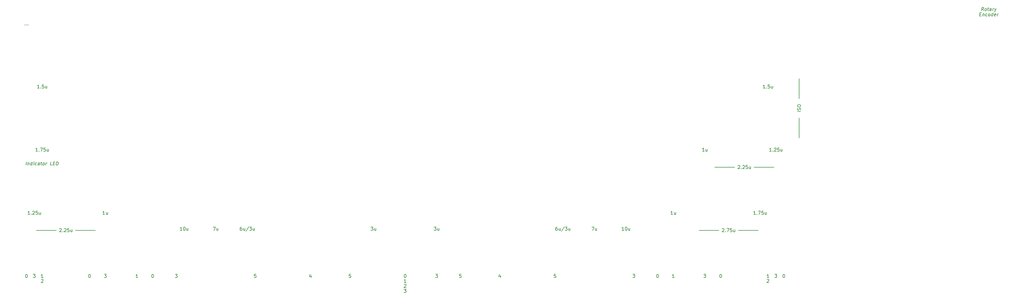
<source format=gbr>
%TF.GenerationSoftware,KiCad,Pcbnew,(6.0.6)*%
%TF.CreationDate,2022-09-03T14:27:16-07:00*%
%TF.ProjectId,2040rmie,32303430-726d-4696-952e-6b696361645f,rev?*%
%TF.SameCoordinates,Original*%
%TF.FileFunction,Legend,Top*%
%TF.FilePolarity,Positive*%
%FSLAX46Y46*%
G04 Gerber Fmt 4.6, Leading zero omitted, Abs format (unit mm)*
G04 Created by KiCad (PCBNEW (6.0.6)) date 2022-09-03 14:27:16*
%MOMM*%
%LPD*%
G01*
G04 APERTURE LIST*
%ADD10C,0.200000*%
%ADD11C,1.750000*%
%ADD12C,3.987800*%
%ADD13C,3.048000*%
%ADD14C,0.650000*%
%ADD15O,1.000000X1.600000*%
%ADD16O,1.000000X2.100000*%
G04 APERTURE END LIST*
D10*
X178966666Y-148152380D02*
X179585714Y-148152380D01*
X179252380Y-148533333D01*
X179395238Y-148533333D01*
X179490476Y-148580952D01*
X179538095Y-148628571D01*
X179585714Y-148723809D01*
X179585714Y-148961904D01*
X179538095Y-149057142D01*
X179490476Y-149104761D01*
X179395238Y-149152380D01*
X179109523Y-149152380D01*
X179014285Y-149104761D01*
X178966666Y-149057142D01*
X69476785Y-145247619D02*
X69524404Y-145200000D01*
X69619642Y-145152380D01*
X69857738Y-145152380D01*
X69952976Y-145200000D01*
X70000595Y-145247619D01*
X70048214Y-145342857D01*
X70048214Y-145438095D01*
X70000595Y-145580952D01*
X69429166Y-146152380D01*
X70048214Y-146152380D01*
X288551785Y-145247619D02*
X288599404Y-145200000D01*
X288694642Y-145152380D01*
X288932738Y-145152380D01*
X289027976Y-145200000D01*
X289075595Y-145247619D01*
X289123214Y-145342857D01*
X289123214Y-145438095D01*
X289075595Y-145580952D01*
X288504166Y-146152380D01*
X289123214Y-146152380D01*
X260548214Y-144652380D02*
X259976785Y-144652380D01*
X260262500Y-144652380D02*
X260262500Y-143652380D01*
X260167261Y-143795238D01*
X260072023Y-143890476D01*
X259976785Y-143938095D01*
X98623214Y-144652380D02*
X98051785Y-144652380D01*
X98337500Y-144652380D02*
X98337500Y-143652380D01*
X98242261Y-143795238D01*
X98147023Y-143890476D01*
X98051785Y-143938095D01*
X279837500Y-130405000D02*
X285837500Y-130405000D01*
X284600000Y-111355000D02*
X290600000Y-111355000D01*
X79812500Y-130405000D02*
X85812500Y-130405000D01*
X272787500Y-111355000D02*
X278787500Y-111355000D01*
X298250000Y-84590750D02*
X298250000Y-90590750D01*
X68000000Y-130405000D02*
X74000000Y-130405000D01*
X298250000Y-96466750D02*
X298250000Y-102466750D01*
X268025000Y-130405000D02*
X274025000Y-130405000D01*
X188039285Y-129397380D02*
X188658333Y-129397380D01*
X188325000Y-129778333D01*
X188467857Y-129778333D01*
X188563095Y-129825952D01*
X188610714Y-129873571D01*
X188658333Y-129968809D01*
X188658333Y-130206904D01*
X188610714Y-130302142D01*
X188563095Y-130349761D01*
X188467857Y-130397380D01*
X188182142Y-130397380D01*
X188086904Y-130349761D01*
X188039285Y-130302142D01*
X189515476Y-129730714D02*
X189515476Y-130397380D01*
X189086904Y-129730714D02*
X189086904Y-130254523D01*
X189134523Y-130349761D01*
X189229761Y-130397380D01*
X189372619Y-130397380D01*
X189467857Y-130349761D01*
X189515476Y-130302142D01*
X353846398Y-64131830D02*
X353572589Y-63655640D01*
X353274970Y-64131830D02*
X353399970Y-63131830D01*
X353780922Y-63131830D01*
X353870208Y-63179450D01*
X353911875Y-63227069D01*
X353947589Y-63322307D01*
X353929732Y-63465164D01*
X353870208Y-63560402D01*
X353816636Y-63608021D01*
X353715446Y-63655640D01*
X353334494Y-63655640D01*
X354417827Y-64131830D02*
X354328541Y-64084211D01*
X354286875Y-64036592D01*
X354251160Y-63941354D01*
X354286875Y-63655640D01*
X354346398Y-63560402D01*
X354399970Y-63512783D01*
X354501160Y-63465164D01*
X354644017Y-63465164D01*
X354733303Y-63512783D01*
X354774970Y-63560402D01*
X354810684Y-63655640D01*
X354774970Y-63941354D01*
X354715446Y-64036592D01*
X354661875Y-64084211D01*
X354560684Y-64131830D01*
X354417827Y-64131830D01*
X355120208Y-63465164D02*
X355501160Y-63465164D01*
X355304732Y-63131830D02*
X355197589Y-63988973D01*
X355233303Y-64084211D01*
X355322589Y-64131830D01*
X355417827Y-64131830D01*
X356179732Y-64131830D02*
X356245208Y-63608021D01*
X356209494Y-63512783D01*
X356120208Y-63465164D01*
X355929732Y-63465164D01*
X355828541Y-63512783D01*
X356185684Y-64084211D02*
X356084494Y-64131830D01*
X355846398Y-64131830D01*
X355757113Y-64084211D01*
X355721398Y-63988973D01*
X355733303Y-63893735D01*
X355792827Y-63798497D01*
X355894017Y-63750878D01*
X356132113Y-63750878D01*
X356233303Y-63703259D01*
X356655922Y-64131830D02*
X356739255Y-63465164D01*
X356715446Y-63655640D02*
X356774970Y-63560402D01*
X356828541Y-63512783D01*
X356929732Y-63465164D01*
X357024970Y-63465164D01*
X357263065Y-63465164D02*
X357417827Y-64131830D01*
X357739255Y-63465164D02*
X357417827Y-64131830D01*
X357292827Y-64369926D01*
X357239255Y-64417545D01*
X357138065Y-64465164D01*
X352745208Y-65218021D02*
X353078541Y-65218021D01*
X353155922Y-65741830D02*
X352679732Y-65741830D01*
X352804732Y-64741830D01*
X353280922Y-64741830D01*
X353667827Y-65075164D02*
X353584494Y-65741830D01*
X353655922Y-65170402D02*
X353709494Y-65122783D01*
X353810684Y-65075164D01*
X353953541Y-65075164D01*
X354042827Y-65122783D01*
X354078541Y-65218021D01*
X354013065Y-65741830D01*
X354923779Y-65694211D02*
X354822589Y-65741830D01*
X354632113Y-65741830D01*
X354542827Y-65694211D01*
X354501160Y-65646592D01*
X354465446Y-65551354D01*
X354501160Y-65265640D01*
X354560684Y-65170402D01*
X354614255Y-65122783D01*
X354715446Y-65075164D01*
X354905922Y-65075164D01*
X354995208Y-65122783D01*
X355489255Y-65741830D02*
X355399970Y-65694211D01*
X355358303Y-65646592D01*
X355322589Y-65551354D01*
X355358303Y-65265640D01*
X355417827Y-65170402D01*
X355471398Y-65122783D01*
X355572589Y-65075164D01*
X355715446Y-65075164D01*
X355804732Y-65122783D01*
X355846398Y-65170402D01*
X355882113Y-65265640D01*
X355846398Y-65551354D01*
X355786875Y-65646592D01*
X355733303Y-65694211D01*
X355632113Y-65741830D01*
X355489255Y-65741830D01*
X356679732Y-65741830D02*
X356804732Y-64741830D01*
X356685684Y-65694211D02*
X356584494Y-65741830D01*
X356394017Y-65741830D01*
X356304732Y-65694211D01*
X356263065Y-65646592D01*
X356227351Y-65551354D01*
X356263065Y-65265640D01*
X356322589Y-65170402D01*
X356376160Y-65122783D01*
X356477351Y-65075164D01*
X356667827Y-65075164D01*
X356757113Y-65122783D01*
X357542827Y-65694211D02*
X357441636Y-65741830D01*
X357251160Y-65741830D01*
X357161875Y-65694211D01*
X357126160Y-65598973D01*
X357173779Y-65218021D01*
X357233303Y-65122783D01*
X357334494Y-65075164D01*
X357524970Y-65075164D01*
X357614255Y-65122783D01*
X357649970Y-65218021D01*
X357638065Y-65313259D01*
X357149970Y-65408497D01*
X358013065Y-65741830D02*
X358096398Y-65075164D01*
X358072589Y-65265640D02*
X358132113Y-65170402D01*
X358185684Y-65122783D01*
X358286875Y-65075164D01*
X358382113Y-65075164D01*
X162869345Y-143652380D02*
X162393154Y-143652380D01*
X162345535Y-144128571D01*
X162393154Y-144080952D01*
X162488392Y-144033333D01*
X162726488Y-144033333D01*
X162821726Y-144080952D01*
X162869345Y-144128571D01*
X162916964Y-144223809D01*
X162916964Y-144461904D01*
X162869345Y-144557142D01*
X162821726Y-144604761D01*
X162726488Y-144652380D01*
X162488392Y-144652380D01*
X162393154Y-144604761D01*
X162345535Y-144557142D01*
X109910416Y-143652380D02*
X110529464Y-143652380D01*
X110196130Y-144033333D01*
X110338988Y-144033333D01*
X110434226Y-144080952D01*
X110481845Y-144128571D01*
X110529464Y-144223809D01*
X110529464Y-144461904D01*
X110481845Y-144557142D01*
X110434226Y-144604761D01*
X110338988Y-144652380D01*
X110053273Y-144652380D01*
X109958035Y-144604761D01*
X109910416Y-144557142D01*
X179585714Y-146152380D02*
X179014285Y-146152380D01*
X179300000Y-146152380D02*
X179300000Y-145152380D01*
X179204761Y-145295238D01*
X179109523Y-145390476D01*
X179014285Y-145438095D01*
X111982142Y-130397380D02*
X111410714Y-130397380D01*
X111696428Y-130397380D02*
X111696428Y-129397380D01*
X111601190Y-129540238D01*
X111505952Y-129635476D01*
X111410714Y-129683095D01*
X112601190Y-129397380D02*
X112696428Y-129397380D01*
X112791666Y-129445000D01*
X112839285Y-129492619D01*
X112886904Y-129587857D01*
X112934523Y-129778333D01*
X112934523Y-130016428D01*
X112886904Y-130206904D01*
X112839285Y-130302142D01*
X112791666Y-130349761D01*
X112696428Y-130397380D01*
X112601190Y-130397380D01*
X112505952Y-130349761D01*
X112458333Y-130302142D01*
X112410714Y-130206904D01*
X112363095Y-130016428D01*
X112363095Y-129778333D01*
X112410714Y-129587857D01*
X112458333Y-129492619D01*
X112505952Y-129445000D01*
X112601190Y-129397380D01*
X113791666Y-129730714D02*
X113791666Y-130397380D01*
X113363095Y-129730714D02*
X113363095Y-130254523D01*
X113410714Y-130349761D01*
X113505952Y-130397380D01*
X113648809Y-130397380D01*
X113744047Y-130349761D01*
X113791666Y-130302142D01*
X245332142Y-130397380D02*
X244760714Y-130397380D01*
X245046428Y-130397380D02*
X245046428Y-129397380D01*
X244951190Y-129540238D01*
X244855952Y-129635476D01*
X244760714Y-129683095D01*
X245951190Y-129397380D02*
X246046428Y-129397380D01*
X246141666Y-129445000D01*
X246189285Y-129492619D01*
X246236904Y-129587857D01*
X246284523Y-129778333D01*
X246284523Y-130016428D01*
X246236904Y-130206904D01*
X246189285Y-130302142D01*
X246141666Y-130349761D01*
X246046428Y-130397380D01*
X245951190Y-130397380D01*
X245855952Y-130349761D01*
X245808333Y-130302142D01*
X245760714Y-130206904D01*
X245713095Y-130016428D01*
X245713095Y-129778333D01*
X245760714Y-129587857D01*
X245808333Y-129492619D01*
X245855952Y-129445000D01*
X245951190Y-129397380D01*
X247141666Y-129730714D02*
X247141666Y-130397380D01*
X246713095Y-129730714D02*
X246713095Y-130254523D01*
X246760714Y-130349761D01*
X246855952Y-130397380D01*
X246998809Y-130397380D01*
X247094047Y-130349761D01*
X247141666Y-130302142D01*
X68881547Y-87502380D02*
X68310119Y-87502380D01*
X68595833Y-87502380D02*
X68595833Y-86502380D01*
X68500595Y-86645238D01*
X68405357Y-86740476D01*
X68310119Y-86788095D01*
X69310119Y-87407142D02*
X69357738Y-87454761D01*
X69310119Y-87502380D01*
X69262500Y-87454761D01*
X69310119Y-87407142D01*
X69310119Y-87502380D01*
X70262500Y-86502380D02*
X69786309Y-86502380D01*
X69738690Y-86978571D01*
X69786309Y-86930952D01*
X69881547Y-86883333D01*
X70119642Y-86883333D01*
X70214880Y-86930952D01*
X70262500Y-86978571D01*
X70310119Y-87073809D01*
X70310119Y-87311904D01*
X70262500Y-87407142D01*
X70214880Y-87454761D01*
X70119642Y-87502380D01*
X69881547Y-87502380D01*
X69786309Y-87454761D01*
X69738690Y-87407142D01*
X71167261Y-86835714D02*
X71167261Y-87502380D01*
X70738690Y-86835714D02*
X70738690Y-87359523D01*
X70786309Y-87454761D01*
X70881547Y-87502380D01*
X71024404Y-87502380D01*
X71119642Y-87454761D01*
X71167261Y-87407142D01*
X150915476Y-143985714D02*
X150915476Y-144652380D01*
X150677380Y-143604761D02*
X150439285Y-144319047D01*
X151058333Y-144319047D01*
X275002678Y-129952619D02*
X275050297Y-129905000D01*
X275145535Y-129857380D01*
X275383630Y-129857380D01*
X275478869Y-129905000D01*
X275526488Y-129952619D01*
X275574107Y-130047857D01*
X275574107Y-130143095D01*
X275526488Y-130285952D01*
X274955059Y-130857380D01*
X275574107Y-130857380D01*
X276002678Y-130762142D02*
X276050297Y-130809761D01*
X276002678Y-130857380D01*
X275955059Y-130809761D01*
X276002678Y-130762142D01*
X276002678Y-130857380D01*
X276383630Y-129857380D02*
X277050297Y-129857380D01*
X276621726Y-130857380D01*
X277907440Y-129857380D02*
X277431250Y-129857380D01*
X277383630Y-130333571D01*
X277431250Y-130285952D01*
X277526488Y-130238333D01*
X277764583Y-130238333D01*
X277859821Y-130285952D01*
X277907440Y-130333571D01*
X277955059Y-130428809D01*
X277955059Y-130666904D01*
X277907440Y-130762142D01*
X277859821Y-130809761D01*
X277764583Y-130857380D01*
X277526488Y-130857380D01*
X277431250Y-130809761D01*
X277383630Y-130762142D01*
X278812202Y-130190714D02*
X278812202Y-130857380D01*
X278383630Y-130190714D02*
X278383630Y-130714523D01*
X278431250Y-130809761D01*
X278526488Y-130857380D01*
X278669345Y-130857380D01*
X278764583Y-130809761D01*
X278812202Y-130762142D01*
X285099107Y-125602380D02*
X284527678Y-125602380D01*
X284813392Y-125602380D02*
X284813392Y-124602380D01*
X284718154Y-124745238D01*
X284622916Y-124840476D01*
X284527678Y-124888095D01*
X285527678Y-125507142D02*
X285575297Y-125554761D01*
X285527678Y-125602380D01*
X285480059Y-125554761D01*
X285527678Y-125507142D01*
X285527678Y-125602380D01*
X285908630Y-124602380D02*
X286575297Y-124602380D01*
X286146726Y-125602380D01*
X287432440Y-124602380D02*
X286956250Y-124602380D01*
X286908630Y-125078571D01*
X286956250Y-125030952D01*
X287051488Y-124983333D01*
X287289583Y-124983333D01*
X287384821Y-125030952D01*
X287432440Y-125078571D01*
X287480059Y-125173809D01*
X287480059Y-125411904D01*
X287432440Y-125507142D01*
X287384821Y-125554761D01*
X287289583Y-125602380D01*
X287051488Y-125602380D01*
X286956250Y-125554761D01*
X286908630Y-125507142D01*
X288337202Y-124935714D02*
X288337202Y-125602380D01*
X287908630Y-124935714D02*
X287908630Y-125459523D01*
X287956250Y-125554761D01*
X288051488Y-125602380D01*
X288194345Y-125602380D01*
X288289583Y-125554761D01*
X288337202Y-125507142D01*
X208065476Y-143985714D02*
X208065476Y-144652380D01*
X207827380Y-143604761D02*
X207589285Y-144319047D01*
X208208333Y-144319047D01*
X196206845Y-143652380D02*
X195730654Y-143652380D01*
X195683035Y-144128571D01*
X195730654Y-144080952D01*
X195825892Y-144033333D01*
X196063988Y-144033333D01*
X196159226Y-144080952D01*
X196206845Y-144128571D01*
X196254464Y-144223809D01*
X196254464Y-144461904D01*
X196206845Y-144557142D01*
X196159226Y-144604761D01*
X196063988Y-144652380D01*
X195825892Y-144652380D01*
X195730654Y-144604761D01*
X195683035Y-144557142D01*
X103052380Y-143652380D02*
X103147619Y-143652380D01*
X103242857Y-143700000D01*
X103290476Y-143747619D01*
X103338095Y-143842857D01*
X103385714Y-144033333D01*
X103385714Y-144271428D01*
X103338095Y-144461904D01*
X103290476Y-144557142D01*
X103242857Y-144604761D01*
X103147619Y-144652380D01*
X103052380Y-144652380D01*
X102957142Y-144604761D01*
X102909523Y-144557142D01*
X102861904Y-144461904D01*
X102814285Y-144271428D01*
X102814285Y-144033333D01*
X102861904Y-143842857D01*
X102909523Y-143747619D01*
X102957142Y-143700000D01*
X103052380Y-143652380D01*
X235664285Y-129397380D02*
X236330952Y-129397380D01*
X235902380Y-130397380D01*
X237140476Y-129730714D02*
X237140476Y-130397380D01*
X236711904Y-129730714D02*
X236711904Y-130254523D01*
X236759523Y-130349761D01*
X236854761Y-130397380D01*
X236997619Y-130397380D01*
X237092857Y-130349761D01*
X237140476Y-130302142D01*
X64858303Y-110712380D02*
X64983303Y-109712380D01*
X65417827Y-110045714D02*
X65334494Y-110712380D01*
X65405922Y-110140952D02*
X65459494Y-110093333D01*
X65560684Y-110045714D01*
X65703541Y-110045714D01*
X65792827Y-110093333D01*
X65828541Y-110188571D01*
X65763065Y-110712380D01*
X66667827Y-110712380D02*
X66792827Y-109712380D01*
X66673779Y-110664761D02*
X66572589Y-110712380D01*
X66382113Y-110712380D01*
X66292827Y-110664761D01*
X66251160Y-110617142D01*
X66215446Y-110521904D01*
X66251160Y-110236190D01*
X66310684Y-110140952D01*
X66364255Y-110093333D01*
X66465446Y-110045714D01*
X66655922Y-110045714D01*
X66745208Y-110093333D01*
X67144017Y-110712380D02*
X67227351Y-110045714D01*
X67269017Y-109712380D02*
X67215446Y-109760000D01*
X67257113Y-109807619D01*
X67310684Y-109760000D01*
X67269017Y-109712380D01*
X67257113Y-109807619D01*
X68054732Y-110664761D02*
X67953541Y-110712380D01*
X67763065Y-110712380D01*
X67673779Y-110664761D01*
X67632113Y-110617142D01*
X67596398Y-110521904D01*
X67632113Y-110236190D01*
X67691636Y-110140952D01*
X67745208Y-110093333D01*
X67846398Y-110045714D01*
X68036875Y-110045714D01*
X68126160Y-110093333D01*
X68905922Y-110712380D02*
X68971398Y-110188571D01*
X68935684Y-110093333D01*
X68846398Y-110045714D01*
X68655922Y-110045714D01*
X68554732Y-110093333D01*
X68911875Y-110664761D02*
X68810684Y-110712380D01*
X68572589Y-110712380D01*
X68483303Y-110664761D01*
X68447589Y-110569523D01*
X68459494Y-110474285D01*
X68519017Y-110379047D01*
X68620208Y-110331428D01*
X68858303Y-110331428D01*
X68959494Y-110283809D01*
X69322589Y-110045714D02*
X69703541Y-110045714D01*
X69507113Y-109712380D02*
X69399970Y-110569523D01*
X69435684Y-110664761D01*
X69524970Y-110712380D01*
X69620208Y-110712380D01*
X70096398Y-110712380D02*
X70007113Y-110664761D01*
X69965446Y-110617142D01*
X69929732Y-110521904D01*
X69965446Y-110236190D01*
X70024970Y-110140952D01*
X70078541Y-110093333D01*
X70179732Y-110045714D01*
X70322589Y-110045714D01*
X70411875Y-110093333D01*
X70453541Y-110140952D01*
X70489255Y-110236190D01*
X70453541Y-110521904D01*
X70394017Y-110617142D01*
X70340446Y-110664761D01*
X70239255Y-110712380D01*
X70096398Y-110712380D01*
X70858303Y-110712380D02*
X70941636Y-110045714D01*
X70917827Y-110236190D02*
X70977351Y-110140952D01*
X71030922Y-110093333D01*
X71132113Y-110045714D01*
X71227351Y-110045714D01*
X72715446Y-110712380D02*
X72239255Y-110712380D01*
X72364255Y-109712380D01*
X73114255Y-110188571D02*
X73447589Y-110188571D01*
X73524970Y-110712380D02*
X73048779Y-110712380D01*
X73173779Y-109712380D01*
X73649970Y-109712380D01*
X73953541Y-110712380D02*
X74078541Y-109712380D01*
X74316636Y-109712380D01*
X74453541Y-109760000D01*
X74536875Y-109855238D01*
X74572589Y-109950476D01*
X74596398Y-110140952D01*
X74578541Y-110283809D01*
X74507113Y-110474285D01*
X74447589Y-110569523D01*
X74340446Y-110664761D01*
X74191636Y-110712380D01*
X73953541Y-110712380D01*
X248022916Y-143652380D02*
X248641964Y-143652380D01*
X248308630Y-144033333D01*
X248451488Y-144033333D01*
X248546726Y-144080952D01*
X248594345Y-144128571D01*
X248641964Y-144223809D01*
X248641964Y-144461904D01*
X248594345Y-144557142D01*
X248546726Y-144604761D01*
X248451488Y-144652380D01*
X248165773Y-144652380D01*
X248070535Y-144604761D01*
X248022916Y-144557142D01*
X179014285Y-146747619D02*
X179061904Y-146700000D01*
X179157142Y-146652380D01*
X179395238Y-146652380D01*
X179490476Y-146700000D01*
X179538095Y-146747619D01*
X179585714Y-146842857D01*
X179585714Y-146938095D01*
X179538095Y-147080952D01*
X178966666Y-147652380D01*
X179585714Y-147652380D01*
X68405357Y-106552380D02*
X67833928Y-106552380D01*
X68119642Y-106552380D02*
X68119642Y-105552380D01*
X68024404Y-105695238D01*
X67929166Y-105790476D01*
X67833928Y-105838095D01*
X68833928Y-106457142D02*
X68881547Y-106504761D01*
X68833928Y-106552380D01*
X68786309Y-106504761D01*
X68833928Y-106457142D01*
X68833928Y-106552380D01*
X69214880Y-105552380D02*
X69881547Y-105552380D01*
X69452976Y-106552380D01*
X70738690Y-105552380D02*
X70262500Y-105552380D01*
X70214880Y-106028571D01*
X70262500Y-105980952D01*
X70357738Y-105933333D01*
X70595833Y-105933333D01*
X70691071Y-105980952D01*
X70738690Y-106028571D01*
X70786309Y-106123809D01*
X70786309Y-106361904D01*
X70738690Y-106457142D01*
X70691071Y-106504761D01*
X70595833Y-106552380D01*
X70357738Y-106552380D01*
X70262500Y-106504761D01*
X70214880Y-106457142D01*
X71643452Y-105885714D02*
X71643452Y-106552380D01*
X71214880Y-105885714D02*
X71214880Y-106409523D01*
X71262500Y-106504761D01*
X71357738Y-106552380D01*
X71500595Y-106552380D01*
X71595833Y-106504761D01*
X71643452Y-106457142D01*
X129960714Y-129397380D02*
X129770238Y-129397380D01*
X129675000Y-129445000D01*
X129627380Y-129492619D01*
X129532142Y-129635476D01*
X129484523Y-129825952D01*
X129484523Y-130206904D01*
X129532142Y-130302142D01*
X129579761Y-130349761D01*
X129675000Y-130397380D01*
X129865476Y-130397380D01*
X129960714Y-130349761D01*
X130008333Y-130302142D01*
X130055952Y-130206904D01*
X130055952Y-129968809D01*
X130008333Y-129873571D01*
X129960714Y-129825952D01*
X129865476Y-129778333D01*
X129675000Y-129778333D01*
X129579761Y-129825952D01*
X129532142Y-129873571D01*
X129484523Y-129968809D01*
X130913095Y-129730714D02*
X130913095Y-130397380D01*
X130484523Y-129730714D02*
X130484523Y-130254523D01*
X130532142Y-130349761D01*
X130627380Y-130397380D01*
X130770238Y-130397380D01*
X130865476Y-130349761D01*
X130913095Y-130302142D01*
X132103571Y-129349761D02*
X131246428Y-130635476D01*
X132341666Y-129397380D02*
X132960714Y-129397380D01*
X132627380Y-129778333D01*
X132770238Y-129778333D01*
X132865476Y-129825952D01*
X132913095Y-129873571D01*
X132960714Y-129968809D01*
X132960714Y-130206904D01*
X132913095Y-130302142D01*
X132865476Y-130349761D01*
X132770238Y-130397380D01*
X132484523Y-130397380D01*
X132389285Y-130349761D01*
X132341666Y-130302142D01*
X133817857Y-129730714D02*
X133817857Y-130397380D01*
X133389285Y-129730714D02*
X133389285Y-130254523D01*
X133436904Y-130349761D01*
X133532142Y-130397380D01*
X133675000Y-130397380D01*
X133770238Y-130349761D01*
X133817857Y-130302142D01*
X74977678Y-129952619D02*
X75025297Y-129905000D01*
X75120535Y-129857380D01*
X75358630Y-129857380D01*
X75453869Y-129905000D01*
X75501488Y-129952619D01*
X75549107Y-130047857D01*
X75549107Y-130143095D01*
X75501488Y-130285952D01*
X74930059Y-130857380D01*
X75549107Y-130857380D01*
X75977678Y-130762142D02*
X76025297Y-130809761D01*
X75977678Y-130857380D01*
X75930059Y-130809761D01*
X75977678Y-130762142D01*
X75977678Y-130857380D01*
X76406250Y-129952619D02*
X76453869Y-129905000D01*
X76549107Y-129857380D01*
X76787202Y-129857380D01*
X76882440Y-129905000D01*
X76930059Y-129952619D01*
X76977678Y-130047857D01*
X76977678Y-130143095D01*
X76930059Y-130285952D01*
X76358630Y-130857380D01*
X76977678Y-130857380D01*
X77882440Y-129857380D02*
X77406250Y-129857380D01*
X77358630Y-130333571D01*
X77406250Y-130285952D01*
X77501488Y-130238333D01*
X77739583Y-130238333D01*
X77834821Y-130285952D01*
X77882440Y-130333571D01*
X77930059Y-130428809D01*
X77930059Y-130666904D01*
X77882440Y-130762142D01*
X77834821Y-130809761D01*
X77739583Y-130857380D01*
X77501488Y-130857380D01*
X77406250Y-130809761D01*
X77358630Y-130762142D01*
X78787202Y-130190714D02*
X78787202Y-130857380D01*
X78358630Y-130190714D02*
X78358630Y-130714523D01*
X78406250Y-130809761D01*
X78501488Y-130857380D01*
X78644345Y-130857380D01*
X78739583Y-130809761D01*
X78787202Y-130762142D01*
X224781845Y-143652380D02*
X224305654Y-143652380D01*
X224258035Y-144128571D01*
X224305654Y-144080952D01*
X224400892Y-144033333D01*
X224638988Y-144033333D01*
X224734226Y-144080952D01*
X224781845Y-144128571D01*
X224829464Y-144223809D01*
X224829464Y-144461904D01*
X224781845Y-144557142D01*
X224734226Y-144604761D01*
X224638988Y-144652380D01*
X224400892Y-144652380D01*
X224305654Y-144604761D01*
X224258035Y-144557142D01*
X70048214Y-144652380D02*
X69476785Y-144652380D01*
X69762500Y-144652380D02*
X69762500Y-143652380D01*
X69667261Y-143795238D01*
X69572023Y-143890476D01*
X69476785Y-143938095D01*
X260095833Y-125602380D02*
X259524404Y-125602380D01*
X259810119Y-125602380D02*
X259810119Y-124602380D01*
X259714880Y-124745238D01*
X259619642Y-124840476D01*
X259524404Y-124888095D01*
X260952976Y-124935714D02*
X260952976Y-125602380D01*
X260524404Y-124935714D02*
X260524404Y-125459523D01*
X260572023Y-125554761D01*
X260667261Y-125602380D01*
X260810119Y-125602380D01*
X260905357Y-125554761D01*
X260952976Y-125507142D01*
X64952380Y-143652380D02*
X65047619Y-143652380D01*
X65142857Y-143700000D01*
X65190476Y-143747619D01*
X65238095Y-143842857D01*
X65285714Y-144033333D01*
X65285714Y-144271428D01*
X65238095Y-144461904D01*
X65190476Y-144557142D01*
X65142857Y-144604761D01*
X65047619Y-144652380D01*
X64952380Y-144652380D01*
X64857142Y-144604761D01*
X64809523Y-144557142D01*
X64761904Y-144461904D01*
X64714285Y-144271428D01*
X64714285Y-144033333D01*
X64761904Y-143842857D01*
X64809523Y-143747619D01*
X64857142Y-143700000D01*
X64952380Y-143652380D01*
X287956547Y-87502380D02*
X287385119Y-87502380D01*
X287670833Y-87502380D02*
X287670833Y-86502380D01*
X287575595Y-86645238D01*
X287480357Y-86740476D01*
X287385119Y-86788095D01*
X288385119Y-87407142D02*
X288432738Y-87454761D01*
X288385119Y-87502380D01*
X288337500Y-87454761D01*
X288385119Y-87407142D01*
X288385119Y-87502380D01*
X289337500Y-86502380D02*
X288861309Y-86502380D01*
X288813690Y-86978571D01*
X288861309Y-86930952D01*
X288956547Y-86883333D01*
X289194642Y-86883333D01*
X289289880Y-86930952D01*
X289337500Y-86978571D01*
X289385119Y-87073809D01*
X289385119Y-87311904D01*
X289337500Y-87407142D01*
X289289880Y-87454761D01*
X289194642Y-87502380D01*
X288956547Y-87502380D01*
X288861309Y-87454761D01*
X288813690Y-87407142D01*
X290242261Y-86835714D02*
X290242261Y-87502380D01*
X289813690Y-86835714D02*
X289813690Y-87359523D01*
X289861309Y-87454761D01*
X289956547Y-87502380D01*
X290099404Y-87502380D01*
X290194642Y-87454761D01*
X290242261Y-87407142D01*
X84002380Y-143652380D02*
X84097619Y-143652380D01*
X84192857Y-143700000D01*
X84240476Y-143747619D01*
X84288095Y-143842857D01*
X84335714Y-144033333D01*
X84335714Y-144271428D01*
X84288095Y-144461904D01*
X84240476Y-144557142D01*
X84192857Y-144604761D01*
X84097619Y-144652380D01*
X84002380Y-144652380D01*
X83907142Y-144604761D01*
X83859523Y-144557142D01*
X83811904Y-144461904D01*
X83764285Y-144271428D01*
X83764285Y-144033333D01*
X83811904Y-143842857D01*
X83859523Y-143747619D01*
X83907142Y-143700000D01*
X84002380Y-143652380D01*
X298702380Y-94528750D02*
X297702380Y-94528750D01*
X298654761Y-94100178D02*
X298702380Y-93957321D01*
X298702380Y-93719226D01*
X298654761Y-93623988D01*
X298607142Y-93576369D01*
X298511904Y-93528750D01*
X298416666Y-93528750D01*
X298321428Y-93576369D01*
X298273809Y-93623988D01*
X298226190Y-93719226D01*
X298178571Y-93909702D01*
X298130952Y-94004940D01*
X298083333Y-94052559D01*
X297988095Y-94100178D01*
X297892857Y-94100178D01*
X297797619Y-94052559D01*
X297750000Y-94004940D01*
X297702380Y-93909702D01*
X297702380Y-93671607D01*
X297750000Y-93528750D01*
X297702380Y-92909702D02*
X297702380Y-92719226D01*
X297750000Y-92623988D01*
X297845238Y-92528750D01*
X298035714Y-92481130D01*
X298369047Y-92481130D01*
X298559523Y-92528750D01*
X298654761Y-92623988D01*
X298702380Y-92719226D01*
X298702380Y-92909702D01*
X298654761Y-93004940D01*
X298559523Y-93100178D01*
X298369047Y-93147797D01*
X298035714Y-93147797D01*
X297845238Y-93100178D01*
X297750000Y-93004940D01*
X297702380Y-92909702D01*
X66024107Y-125602380D02*
X65452678Y-125602380D01*
X65738392Y-125602380D02*
X65738392Y-124602380D01*
X65643154Y-124745238D01*
X65547916Y-124840476D01*
X65452678Y-124888095D01*
X66452678Y-125507142D02*
X66500297Y-125554761D01*
X66452678Y-125602380D01*
X66405059Y-125554761D01*
X66452678Y-125507142D01*
X66452678Y-125602380D01*
X66881250Y-124697619D02*
X66928869Y-124650000D01*
X67024107Y-124602380D01*
X67262202Y-124602380D01*
X67357440Y-124650000D01*
X67405059Y-124697619D01*
X67452678Y-124792857D01*
X67452678Y-124888095D01*
X67405059Y-125030952D01*
X66833630Y-125602380D01*
X67452678Y-125602380D01*
X68357440Y-124602380D02*
X67881250Y-124602380D01*
X67833630Y-125078571D01*
X67881250Y-125030952D01*
X67976488Y-124983333D01*
X68214583Y-124983333D01*
X68309821Y-125030952D01*
X68357440Y-125078571D01*
X68405059Y-125173809D01*
X68405059Y-125411904D01*
X68357440Y-125507142D01*
X68309821Y-125554761D01*
X68214583Y-125602380D01*
X67976488Y-125602380D01*
X67881250Y-125554761D01*
X67833630Y-125507142D01*
X69262202Y-124935714D02*
X69262202Y-125602380D01*
X68833630Y-124935714D02*
X68833630Y-125459523D01*
X68881250Y-125554761D01*
X68976488Y-125602380D01*
X69119345Y-125602380D01*
X69214583Y-125554761D01*
X69262202Y-125507142D01*
X64523809Y-68357142D02*
X64571428Y-68404761D01*
X64523809Y-68452380D01*
X64476190Y-68404761D01*
X64523809Y-68357142D01*
X64523809Y-68452380D01*
X65000000Y-68357142D02*
X65047619Y-68404761D01*
X65000000Y-68452380D01*
X64952380Y-68404761D01*
X65000000Y-68357142D01*
X65000000Y-68452380D01*
X65476190Y-68357142D02*
X65523809Y-68404761D01*
X65476190Y-68452380D01*
X65428571Y-68404761D01*
X65476190Y-68357142D01*
X65476190Y-68452380D01*
X88479166Y-143652380D02*
X89098214Y-143652380D01*
X88764880Y-144033333D01*
X88907738Y-144033333D01*
X89002976Y-144080952D01*
X89050595Y-144128571D01*
X89098214Y-144223809D01*
X89098214Y-144461904D01*
X89050595Y-144557142D01*
X89002976Y-144604761D01*
X88907738Y-144652380D01*
X88622023Y-144652380D01*
X88526785Y-144604761D01*
X88479166Y-144557142D01*
X269454166Y-143652380D02*
X270073214Y-143652380D01*
X269739880Y-144033333D01*
X269882738Y-144033333D01*
X269977976Y-144080952D01*
X270025595Y-144128571D01*
X270073214Y-144223809D01*
X270073214Y-144461904D01*
X270025595Y-144557142D01*
X269977976Y-144604761D01*
X269882738Y-144652380D01*
X269597023Y-144652380D01*
X269501785Y-144604761D01*
X269454166Y-144557142D01*
X88645833Y-125602380D02*
X88074404Y-125602380D01*
X88360119Y-125602380D02*
X88360119Y-124602380D01*
X88264880Y-124745238D01*
X88169642Y-124840476D01*
X88074404Y-124888095D01*
X89502976Y-124935714D02*
X89502976Y-125602380D01*
X89074404Y-124935714D02*
X89074404Y-125459523D01*
X89122023Y-125554761D01*
X89217261Y-125602380D01*
X89360119Y-125602380D01*
X89455357Y-125554761D01*
X89502976Y-125507142D01*
X279765178Y-110902619D02*
X279812797Y-110855000D01*
X279908035Y-110807380D01*
X280146130Y-110807380D01*
X280241369Y-110855000D01*
X280288988Y-110902619D01*
X280336607Y-110997857D01*
X280336607Y-111093095D01*
X280288988Y-111235952D01*
X279717559Y-111807380D01*
X280336607Y-111807380D01*
X280765178Y-111712142D02*
X280812797Y-111759761D01*
X280765178Y-111807380D01*
X280717559Y-111759761D01*
X280765178Y-111712142D01*
X280765178Y-111807380D01*
X281193750Y-110902619D02*
X281241369Y-110855000D01*
X281336607Y-110807380D01*
X281574702Y-110807380D01*
X281669940Y-110855000D01*
X281717559Y-110902619D01*
X281765178Y-110997857D01*
X281765178Y-111093095D01*
X281717559Y-111235952D01*
X281146130Y-111807380D01*
X281765178Y-111807380D01*
X282669940Y-110807380D02*
X282193750Y-110807380D01*
X282146130Y-111283571D01*
X282193750Y-111235952D01*
X282288988Y-111188333D01*
X282527083Y-111188333D01*
X282622321Y-111235952D01*
X282669940Y-111283571D01*
X282717559Y-111378809D01*
X282717559Y-111616904D01*
X282669940Y-111712142D01*
X282622321Y-111759761D01*
X282527083Y-111807380D01*
X282288988Y-111807380D01*
X282193750Y-111759761D01*
X282146130Y-111712142D01*
X283574702Y-111140714D02*
X283574702Y-111807380D01*
X283146130Y-111140714D02*
X283146130Y-111664523D01*
X283193750Y-111759761D01*
X283288988Y-111807380D01*
X283431845Y-111807380D01*
X283527083Y-111759761D01*
X283574702Y-111712142D01*
X168989285Y-129397380D02*
X169608333Y-129397380D01*
X169275000Y-129778333D01*
X169417857Y-129778333D01*
X169513095Y-129825952D01*
X169560714Y-129873571D01*
X169608333Y-129968809D01*
X169608333Y-130206904D01*
X169560714Y-130302142D01*
X169513095Y-130349761D01*
X169417857Y-130397380D01*
X169132142Y-130397380D01*
X169036904Y-130349761D01*
X168989285Y-130302142D01*
X170465476Y-129730714D02*
X170465476Y-130397380D01*
X170036904Y-129730714D02*
X170036904Y-130254523D01*
X170084523Y-130349761D01*
X170179761Y-130397380D01*
X170322619Y-130397380D01*
X170417857Y-130349761D01*
X170465476Y-130302142D01*
X188491666Y-143652380D02*
X189110714Y-143652380D01*
X188777380Y-144033333D01*
X188920238Y-144033333D01*
X189015476Y-144080952D01*
X189063095Y-144128571D01*
X189110714Y-144223809D01*
X189110714Y-144461904D01*
X189063095Y-144557142D01*
X189015476Y-144604761D01*
X188920238Y-144652380D01*
X188634523Y-144652380D01*
X188539285Y-144604761D01*
X188491666Y-144557142D01*
X269620833Y-106552380D02*
X269049404Y-106552380D01*
X269335119Y-106552380D02*
X269335119Y-105552380D01*
X269239880Y-105695238D01*
X269144642Y-105790476D01*
X269049404Y-105838095D01*
X270477976Y-105885714D02*
X270477976Y-106552380D01*
X270049404Y-105885714D02*
X270049404Y-106409523D01*
X270097023Y-106504761D01*
X270192261Y-106552380D01*
X270335119Y-106552380D01*
X270430357Y-106504761D01*
X270477976Y-106457142D01*
X67047916Y-143652380D02*
X67666964Y-143652380D01*
X67333630Y-144033333D01*
X67476488Y-144033333D01*
X67571726Y-144080952D01*
X67619345Y-144128571D01*
X67666964Y-144223809D01*
X67666964Y-144461904D01*
X67619345Y-144557142D01*
X67571726Y-144604761D01*
X67476488Y-144652380D01*
X67190773Y-144652380D01*
X67095535Y-144604761D01*
X67047916Y-144557142D01*
X134294345Y-143652380D02*
X133818154Y-143652380D01*
X133770535Y-144128571D01*
X133818154Y-144080952D01*
X133913392Y-144033333D01*
X134151488Y-144033333D01*
X134246726Y-144080952D01*
X134294345Y-144128571D01*
X134341964Y-144223809D01*
X134341964Y-144461904D01*
X134294345Y-144557142D01*
X134246726Y-144604761D01*
X134151488Y-144652380D01*
X133913392Y-144652380D01*
X133818154Y-144604761D01*
X133770535Y-144557142D01*
X289861607Y-106552380D02*
X289290178Y-106552380D01*
X289575892Y-106552380D02*
X289575892Y-105552380D01*
X289480654Y-105695238D01*
X289385416Y-105790476D01*
X289290178Y-105838095D01*
X290290178Y-106457142D02*
X290337797Y-106504761D01*
X290290178Y-106552380D01*
X290242559Y-106504761D01*
X290290178Y-106457142D01*
X290290178Y-106552380D01*
X290718750Y-105647619D02*
X290766369Y-105600000D01*
X290861607Y-105552380D01*
X291099702Y-105552380D01*
X291194940Y-105600000D01*
X291242559Y-105647619D01*
X291290178Y-105742857D01*
X291290178Y-105838095D01*
X291242559Y-105980952D01*
X290671130Y-106552380D01*
X291290178Y-106552380D01*
X292194940Y-105552380D02*
X291718750Y-105552380D01*
X291671130Y-106028571D01*
X291718750Y-105980952D01*
X291813988Y-105933333D01*
X292052083Y-105933333D01*
X292147321Y-105980952D01*
X292194940Y-106028571D01*
X292242559Y-106123809D01*
X292242559Y-106361904D01*
X292194940Y-106457142D01*
X292147321Y-106504761D01*
X292052083Y-106552380D01*
X291813988Y-106552380D01*
X291718750Y-106504761D01*
X291671130Y-106457142D01*
X293099702Y-105885714D02*
X293099702Y-106552380D01*
X292671130Y-105885714D02*
X292671130Y-106409523D01*
X292718750Y-106504761D01*
X292813988Y-106552380D01*
X292956845Y-106552380D01*
X293052083Y-106504761D01*
X293099702Y-106457142D01*
X225210714Y-129397380D02*
X225020238Y-129397380D01*
X224925000Y-129445000D01*
X224877380Y-129492619D01*
X224782142Y-129635476D01*
X224734523Y-129825952D01*
X224734523Y-130206904D01*
X224782142Y-130302142D01*
X224829761Y-130349761D01*
X224925000Y-130397380D01*
X225115476Y-130397380D01*
X225210714Y-130349761D01*
X225258333Y-130302142D01*
X225305952Y-130206904D01*
X225305952Y-129968809D01*
X225258333Y-129873571D01*
X225210714Y-129825952D01*
X225115476Y-129778333D01*
X224925000Y-129778333D01*
X224829761Y-129825952D01*
X224782142Y-129873571D01*
X224734523Y-129968809D01*
X226163095Y-129730714D02*
X226163095Y-130397380D01*
X225734523Y-129730714D02*
X225734523Y-130254523D01*
X225782142Y-130349761D01*
X225877380Y-130397380D01*
X226020238Y-130397380D01*
X226115476Y-130349761D01*
X226163095Y-130302142D01*
X227353571Y-129349761D02*
X226496428Y-130635476D01*
X227591666Y-129397380D02*
X228210714Y-129397380D01*
X227877380Y-129778333D01*
X228020238Y-129778333D01*
X228115476Y-129825952D01*
X228163095Y-129873571D01*
X228210714Y-129968809D01*
X228210714Y-130206904D01*
X228163095Y-130302142D01*
X228115476Y-130349761D01*
X228020238Y-130397380D01*
X227734523Y-130397380D01*
X227639285Y-130349761D01*
X227591666Y-130302142D01*
X229067857Y-129730714D02*
X229067857Y-130397380D01*
X228639285Y-129730714D02*
X228639285Y-130254523D01*
X228686904Y-130349761D01*
X228782142Y-130397380D01*
X228925000Y-130397380D01*
X229020238Y-130349761D01*
X229067857Y-130302142D01*
X290885416Y-143652380D02*
X291504464Y-143652380D01*
X291171130Y-144033333D01*
X291313988Y-144033333D01*
X291409226Y-144080952D01*
X291456845Y-144128571D01*
X291504464Y-144223809D01*
X291504464Y-144461904D01*
X291456845Y-144557142D01*
X291409226Y-144604761D01*
X291313988Y-144652380D01*
X291028273Y-144652380D01*
X290933035Y-144604761D01*
X290885416Y-144557142D01*
X255452380Y-143652380D02*
X255547619Y-143652380D01*
X255642857Y-143700000D01*
X255690476Y-143747619D01*
X255738095Y-143842857D01*
X255785714Y-144033333D01*
X255785714Y-144271428D01*
X255738095Y-144461904D01*
X255690476Y-144557142D01*
X255642857Y-144604761D01*
X255547619Y-144652380D01*
X255452380Y-144652380D01*
X255357142Y-144604761D01*
X255309523Y-144557142D01*
X255261904Y-144461904D01*
X255214285Y-144271428D01*
X255214285Y-144033333D01*
X255261904Y-143842857D01*
X255309523Y-143747619D01*
X255357142Y-143700000D01*
X255452380Y-143652380D01*
X274502380Y-143652380D02*
X274597619Y-143652380D01*
X274692857Y-143700000D01*
X274740476Y-143747619D01*
X274788095Y-143842857D01*
X274835714Y-144033333D01*
X274835714Y-144271428D01*
X274788095Y-144461904D01*
X274740476Y-144557142D01*
X274692857Y-144604761D01*
X274597619Y-144652380D01*
X274502380Y-144652380D01*
X274407142Y-144604761D01*
X274359523Y-144557142D01*
X274311904Y-144461904D01*
X274264285Y-144271428D01*
X274264285Y-144033333D01*
X274311904Y-143842857D01*
X274359523Y-143747619D01*
X274407142Y-143700000D01*
X274502380Y-143652380D01*
X289123214Y-144652380D02*
X288551785Y-144652380D01*
X288837500Y-144652380D02*
X288837500Y-143652380D01*
X288742261Y-143795238D01*
X288647023Y-143890476D01*
X288551785Y-143938095D01*
X179252380Y-143652380D02*
X179347619Y-143652380D01*
X179442857Y-143700000D01*
X179490476Y-143747619D01*
X179538095Y-143842857D01*
X179585714Y-144033333D01*
X179585714Y-144271428D01*
X179538095Y-144461904D01*
X179490476Y-144557142D01*
X179442857Y-144604761D01*
X179347619Y-144652380D01*
X179252380Y-144652380D01*
X179157142Y-144604761D01*
X179109523Y-144557142D01*
X179061904Y-144461904D01*
X179014285Y-144271428D01*
X179014285Y-144033333D01*
X179061904Y-143842857D01*
X179109523Y-143747619D01*
X179157142Y-143700000D01*
X179252380Y-143652380D01*
X293552380Y-143652380D02*
X293647619Y-143652380D01*
X293742857Y-143700000D01*
X293790476Y-143747619D01*
X293838095Y-143842857D01*
X293885714Y-144033333D01*
X293885714Y-144271428D01*
X293838095Y-144461904D01*
X293790476Y-144557142D01*
X293742857Y-144604761D01*
X293647619Y-144652380D01*
X293552380Y-144652380D01*
X293457142Y-144604761D01*
X293409523Y-144557142D01*
X293361904Y-144461904D01*
X293314285Y-144271428D01*
X293314285Y-144033333D01*
X293361904Y-143842857D01*
X293409523Y-143747619D01*
X293457142Y-143700000D01*
X293552380Y-143652380D01*
X121364285Y-129397380D02*
X122030952Y-129397380D01*
X121602380Y-130397380D01*
X122840476Y-129730714D02*
X122840476Y-130397380D01*
X122411904Y-129730714D02*
X122411904Y-130254523D01*
X122459523Y-130349761D01*
X122554761Y-130397380D01*
X122697619Y-130397380D01*
X122792857Y-130349761D01*
X122840476Y-130302142D01*
%LPC*%
D11*
%TO.C,MX4-9_1*%
X265342500Y-141200000D03*
D12*
X260262500Y-141200000D03*
D11*
X255182500Y-141200000D03*
%TD*%
%TO.C,MX4-2_1*%
X103417500Y-141200000D03*
D12*
X98337500Y-141200000D03*
D11*
X93257500Y-141200000D03*
%TD*%
%TO.C,MX3-B0*%
X62301250Y-122150000D03*
D12*
X67381250Y-122150000D03*
D11*
X72461250Y-122150000D03*
%TD*%
D12*
%TO.C,MX4-7_2*%
X188825000Y-141200000D03*
D11*
X183745000Y-141200000D03*
X193905000Y-141200000D03*
%TD*%
%TO.C,MX3-2*%
X102782500Y-122150000D03*
D12*
X107862500Y-122150000D03*
D11*
X112942500Y-122150000D03*
%TD*%
%TO.C,MX3-13*%
X341542500Y-122150000D03*
X331382500Y-122150000D03*
D12*
X336462500Y-122150000D03*
%TD*%
%TO.C,ST-2_0*%
X226925000Y-132945000D03*
D13*
X226925000Y-148185000D03*
X131675000Y-148185000D03*
D12*
X131675000Y-132945000D03*
%TD*%
D11*
%TO.C,MX0-8*%
X241530000Y-60237500D03*
D12*
X236450000Y-60237500D03*
D11*
X231370000Y-60237500D03*
%TD*%
D12*
%TO.C,MX4-0_1*%
X69762500Y-141200000D03*
D11*
X74842500Y-141200000D03*
X64682500Y-141200000D03*
%TD*%
D12*
%TO.C,MX4-0_2*%
X67381250Y-141200000D03*
D11*
X72461250Y-141200000D03*
X62301250Y-141200000D03*
%TD*%
%TO.C,MX2-10*%
X274867500Y-103100000D03*
D12*
X269787500Y-103100000D03*
D11*
X264707500Y-103100000D03*
%TD*%
%TO.C,MX4-7_4*%
X201048750Y-141200000D03*
D12*
X195968750Y-141200000D03*
D11*
X190888750Y-141200000D03*
%TD*%
%TO.C,MX1-7*%
X212955000Y-84050000D03*
X202795000Y-84050000D03*
D12*
X207875000Y-84050000D03*
%TD*%
D11*
%TO.C,MX0-14*%
X360592500Y-60237500D03*
D12*
X355512500Y-60237500D03*
D11*
X350432500Y-60237500D03*
%TD*%
%TO.C,MX4-4_4*%
X167711250Y-141200000D03*
D12*
X162631250Y-141200000D03*
D11*
X157551250Y-141200000D03*
%TD*%
D12*
%TO.C,MX0-2*%
X103100000Y-65000000D03*
D11*
X98020000Y-65000000D03*
X108180000Y-65000000D03*
%TD*%
D13*
%TO.C,ST-B1*%
X65000000Y-115165000D03*
X88812500Y-115165000D03*
D12*
X88812500Y-130405000D03*
X65000000Y-130405000D03*
%TD*%
D11*
%TO.C,MX0-13*%
X331382500Y-60237500D03*
D12*
X336462500Y-60237500D03*
D11*
X341542500Y-60237500D03*
%TD*%
D12*
%TO.C,MX0-3*%
X122150000Y-65000000D03*
D11*
X127230000Y-65000000D03*
X117070000Y-65000000D03*
%TD*%
D12*
%TO.C,MX0-9*%
X255500000Y-60237500D03*
D11*
X260580000Y-60237500D03*
X250420000Y-60237500D03*
%TD*%
%TO.C,MX4-10_0*%
X269470000Y-141200000D03*
X279630000Y-141200000D03*
D12*
X274550000Y-141200000D03*
%TD*%
D11*
%TO.C,MX1-14*%
X350432500Y-79287500D03*
D12*
X355512500Y-79287500D03*
D11*
X360592500Y-79287500D03*
%TD*%
%TO.C,MX3-3*%
X121832500Y-122150000D03*
X131992500Y-122150000D03*
D12*
X126912500Y-122150000D03*
%TD*%
%TO.C,ST-A2*%
X282963750Y-81668750D03*
D13*
X298203750Y-105481250D03*
X298203750Y-81668750D03*
D12*
X282963750Y-105481250D03*
%TD*%
D13*
%TO.C,ST-3_0*%
X169775000Y-148185000D03*
D12*
X131675000Y-132945000D03*
X169775000Y-132945000D03*
D13*
X131675000Y-148185000D03*
%TD*%
D12*
%TO.C,MX1-8*%
X226925000Y-84050000D03*
D11*
X232005000Y-84050000D03*
X221845000Y-84050000D03*
%TD*%
%TO.C,MX1-13*%
X331382500Y-79287500D03*
X341542500Y-79287500D03*
D12*
X336462500Y-79287500D03*
%TD*%
D11*
%TO.C,MX1-6*%
X183745000Y-84050000D03*
D12*
X188825000Y-84050000D03*
D11*
X193905000Y-84050000D03*
%TD*%
D12*
%TO.C,MX4-1_2*%
X88812500Y-141200000D03*
D11*
X83732500Y-141200000D03*
X93892500Y-141200000D03*
%TD*%
D12*
%TO.C,ST-3_1*%
X226925000Y-132945000D03*
X188825000Y-132945000D03*
D13*
X188825000Y-148185000D03*
X226925000Y-148185000D03*
%TD*%
D11*
%TO.C,MX4-4_0*%
X184380000Y-141200000D03*
D12*
X179300000Y-141200000D03*
D11*
X174220000Y-141200000D03*
%TD*%
D13*
%TO.C,ST-C1*%
X265025000Y-115165000D03*
D12*
X288837500Y-130405000D03*
X265025000Y-130405000D03*
D13*
X288837500Y-115165000D03*
%TD*%
D11*
%TO.C,MX2-A11*%
X276613750Y-103100000D03*
D12*
X281693750Y-103100000D03*
D11*
X286773750Y-103100000D03*
%TD*%
%TO.C,MX3-10*%
X255182500Y-122150000D03*
D12*
X260262500Y-122150000D03*
D11*
X265342500Y-122150000D03*
%TD*%
D12*
%TO.C,MX2-1*%
X98337500Y-103100000D03*
D11*
X103417500Y-103100000D03*
X93257500Y-103100000D03*
%TD*%
D12*
%TO.C,MX1-4*%
X150725000Y-84050000D03*
D11*
X155805000Y-84050000D03*
X145645000Y-84050000D03*
%TD*%
D13*
%TO.C,ST-0_0*%
X236450000Y-148185000D03*
X122150000Y-148185000D03*
D12*
X236450000Y-132945000D03*
X122150000Y-132945000D03*
%TD*%
D11*
%TO.C,MX4-3_4*%
X128976250Y-141200000D03*
D12*
X134056250Y-141200000D03*
D11*
X139136250Y-141200000D03*
%TD*%
%TO.C,MX3-9*%
X246292500Y-122150000D03*
X236132500Y-122150000D03*
D12*
X241212500Y-122150000D03*
%TD*%
%TO.C,MX4-2_2*%
X110243750Y-141200000D03*
D11*
X115323750Y-141200000D03*
X105163750Y-141200000D03*
%TD*%
%TO.C,MX1-12*%
X322492500Y-79287500D03*
D12*
X317412500Y-79287500D03*
D11*
X312332500Y-79287500D03*
%TD*%
%TO.C,MX3-A11*%
X271851250Y-122150000D03*
X282011250Y-122150000D03*
D12*
X276931250Y-122150000D03*
%TD*%
%TO.C,MX2-8*%
X231687500Y-103100000D03*
D11*
X226607500Y-103100000D03*
X236767500Y-103100000D03*
%TD*%
%TO.C,MX2-5*%
X169457500Y-103100000D03*
X179617500Y-103100000D03*
D12*
X174537500Y-103100000D03*
%TD*%
D11*
%TO.C,MX2-3*%
X131357500Y-103100000D03*
X141517500Y-103100000D03*
D12*
X136437500Y-103100000D03*
%TD*%
D11*
%TO.C,MX3-8*%
X227242500Y-122150000D03*
D12*
X222162500Y-122150000D03*
D11*
X217082500Y-122150000D03*
%TD*%
D12*
%TO.C,MX1-11*%
X288837500Y-84050000D03*
D11*
X293917500Y-84050000D03*
X283757500Y-84050000D03*
%TD*%
%TO.C,MX4-13*%
X341542500Y-141200000D03*
D12*
X336462500Y-141200000D03*
D11*
X331382500Y-141200000D03*
%TD*%
%TO.C,MX1-1*%
X88495000Y-84050000D03*
D12*
X93575000Y-84050000D03*
D11*
X98655000Y-84050000D03*
%TD*%
%TO.C,MX3-4*%
X151042500Y-122150000D03*
D12*
X145962500Y-122150000D03*
D11*
X140882500Y-122150000D03*
%TD*%
%TO.C,MX3-5*%
X170092500Y-122150000D03*
D12*
X165012500Y-122150000D03*
D11*
X159932500Y-122150000D03*
%TD*%
D12*
%TO.C,MX0-12*%
X317412500Y-60237500D03*
D11*
X322492500Y-60237500D03*
X312332500Y-60237500D03*
%TD*%
%TO.C,MX2-C11*%
X291218750Y-88495000D03*
D12*
X291218750Y-93575000D03*
D11*
X291218750Y-98655000D03*
%TD*%
D12*
%TO.C,MX4-9_2*%
X248356250Y-141200000D03*
D11*
X243276250Y-141200000D03*
X253436250Y-141200000D03*
%TD*%
%TO.C,MX4-4_3*%
X145645000Y-141200000D03*
D12*
X150725000Y-141200000D03*
D11*
X155805000Y-141200000D03*
%TD*%
D12*
%TO.C,ST-1_0*%
X112625000Y-132945000D03*
D13*
X245975000Y-148185000D03*
X112625000Y-148185000D03*
D12*
X245975000Y-132945000D03*
%TD*%
D11*
%TO.C,MX1-2*%
X107545000Y-84050000D03*
D12*
X112625000Y-84050000D03*
D11*
X117705000Y-84050000D03*
%TD*%
D12*
%TO.C,MX1-10*%
X265025000Y-84050000D03*
D11*
X259945000Y-84050000D03*
X270105000Y-84050000D03*
%TD*%
D12*
%TO.C,MX4-2_0*%
X103100000Y-141200000D03*
D11*
X98020000Y-141200000D03*
X108180000Y-141200000D03*
%TD*%
%TO.C,MX1-3*%
X126595000Y-84050000D03*
D12*
X131675000Y-84050000D03*
D11*
X136755000Y-84050000D03*
%TD*%
%TO.C,MX4-12*%
X312332500Y-141200000D03*
D12*
X317412500Y-141200000D03*
D11*
X322492500Y-141200000D03*
%TD*%
%TO.C,MX1-5*%
X164695000Y-84050000D03*
D12*
X169775000Y-84050000D03*
D11*
X174855000Y-84050000D03*
%TD*%
%TO.C,MX2-6*%
X188507500Y-103100000D03*
D12*
X193587500Y-103100000D03*
D11*
X198667500Y-103100000D03*
%TD*%
%TO.C,MX4-11_2*%
X286138750Y-141200000D03*
X296298750Y-141200000D03*
D12*
X291218750Y-141200000D03*
%TD*%
D11*
%TO.C,MX4-8_4*%
X229623750Y-141200000D03*
D12*
X224543750Y-141200000D03*
D11*
X219463750Y-141200000D03*
%TD*%
%TO.C,MX2-7*%
X217717500Y-103100000D03*
D12*
X212637500Y-103100000D03*
D11*
X207557500Y-103100000D03*
%TD*%
%TO.C,MX2-9*%
X255817500Y-103100000D03*
D12*
X250737500Y-103100000D03*
D11*
X245657500Y-103100000D03*
%TD*%
%TO.C,MX3-B11*%
X281376250Y-122150000D03*
X291536250Y-122150000D03*
D12*
X286456250Y-122150000D03*
%TD*%
%TO.C,MX4-11_0*%
X293600000Y-141200000D03*
D11*
X298680000Y-141200000D03*
X288520000Y-141200000D03*
%TD*%
%TO.C,MX4-1_0*%
X78970000Y-141200000D03*
X89130000Y-141200000D03*
D12*
X84050000Y-141200000D03*
%TD*%
D11*
%TO.C,MX4-10_2*%
X274867500Y-141200000D03*
D12*
X269787500Y-141200000D03*
D11*
X264707500Y-141200000D03*
%TD*%
D12*
%TO.C,ST-A1*%
X269787500Y-111355000D03*
X293600000Y-111355000D03*
D13*
X293600000Y-96115000D03*
X269787500Y-96115000D03*
%TD*%
D12*
%TO.C,MX0-5*%
X160250000Y-65000000D03*
D11*
X165330000Y-65000000D03*
X155170000Y-65000000D03*
%TD*%
%TO.C,MX4-11_1*%
X283757500Y-141200000D03*
D12*
X288837500Y-141200000D03*
D11*
X293917500Y-141200000D03*
%TD*%
%TO.C,MX0-1*%
X89130000Y-65000000D03*
D12*
X84050000Y-65000000D03*
D11*
X78970000Y-65000000D03*
%TD*%
%TO.C,MX3-1*%
X93892500Y-122150000D03*
X83732500Y-122150000D03*
D12*
X88812500Y-122150000D03*
%TD*%
D11*
%TO.C,MX3-7*%
X208192500Y-122150000D03*
D12*
X203112500Y-122150000D03*
D11*
X198032500Y-122150000D03*
%TD*%
%TO.C,MX0-6*%
X174220000Y-65000000D03*
X184380000Y-65000000D03*
D12*
X179300000Y-65000000D03*
%TD*%
D11*
%TO.C,MX2-B0*%
X62301250Y-103100000D03*
D12*
X67381250Y-103100000D03*
D11*
X72461250Y-103100000D03*
%TD*%
%TO.C,MX4-9_0*%
X250420000Y-141200000D03*
X260580000Y-141200000D03*
D12*
X255500000Y-141200000D03*
%TD*%
%TO.C,MX4-0_0*%
X65000000Y-141200000D03*
D11*
X59920000Y-141200000D03*
X70080000Y-141200000D03*
%TD*%
%TO.C,MX2-2*%
X112307500Y-103100000D03*
D12*
X117387500Y-103100000D03*
D11*
X122467500Y-103100000D03*
%TD*%
D12*
%TO.C,MX0-11*%
X293600000Y-60237500D03*
D11*
X288520000Y-60237500D03*
X298680000Y-60237500D03*
%TD*%
%TO.C,MX1-9*%
X251055000Y-84050000D03*
D12*
X245975000Y-84050000D03*
D11*
X240895000Y-84050000D03*
%TD*%
%TO.C,MX2-4*%
X160567500Y-103100000D03*
X150407500Y-103100000D03*
D12*
X155487500Y-103100000D03*
%TD*%
D11*
%TO.C,MX4-14*%
X360592500Y-141200000D03*
D12*
X355512500Y-141200000D03*
D11*
X350432500Y-141200000D03*
%TD*%
D12*
%TO.C,MX1-0*%
X69762500Y-84050000D03*
D11*
X74842500Y-84050000D03*
X64682500Y-84050000D03*
%TD*%
%TO.C,MX2-A0*%
X77223750Y-103100000D03*
D12*
X72143750Y-103100000D03*
D11*
X67063750Y-103100000D03*
%TD*%
%TO.C,MX3-A0*%
X81986250Y-122150000D03*
X71826250Y-122150000D03*
D12*
X76906250Y-122150000D03*
%TD*%
D11*
%TO.C,MX3-6*%
X178982500Y-122150000D03*
X189142500Y-122150000D03*
D12*
X184062500Y-122150000D03*
%TD*%
D11*
%TO.C,MX4-7_3*%
X212955000Y-141200000D03*
X202795000Y-141200000D03*
D12*
X207875000Y-141200000D03*
%TD*%
%TO.C,MX2-B11*%
X291218750Y-103100000D03*
D11*
X286138750Y-103100000D03*
X296298750Y-103100000D03*
%TD*%
D12*
%TO.C,MX0-0*%
X65000000Y-65000000D03*
D11*
X70080000Y-65000000D03*
X59920000Y-65000000D03*
%TD*%
%TO.C,MX0-10*%
X279630000Y-60237500D03*
X269470000Y-60237500D03*
D12*
X274550000Y-60237500D03*
%TD*%
%TO.C,MX0-4*%
X141200000Y-65000000D03*
D11*
X136120000Y-65000000D03*
X146280000Y-65000000D03*
%TD*%
D14*
%TO.C,USB1*%
X213138750Y-49612500D03*
X207358750Y-49612500D03*
D15*
X214568750Y-45962500D03*
D16*
X214568750Y-50142500D03*
X205928750Y-50142500D03*
D15*
X205928750Y-45962500D03*
%TD*%
M02*

</source>
